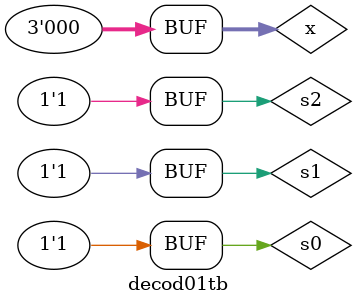
<source format=v>
`timescale 1ns / 1ps


module decod01tb;

	// Inputs
	reg s0;
	reg s1;
	reg s2;

	// Outputs
	wire y0;
	wire y1;
	wire y2;
	wire y3;
	wire y4;
	wire y5;
	wire y6;
	wire y7;
	
	reg [2:0] x;

	// Instantiate the Unit Under Test (UUT)
	decod01 uut (
		.s0(s0), 
		.s1(s1), 
		.s2(s2), 
		.y0(y0), 
		.y1(y1), 
		.y2(y2), 
		.y3(y3), 
		.y4(y4), 
		.y5(y5), 
		.y6(y6), 
		.y7(y7)
	);

	initial begin
		// Initialize Inputs
		s0 = 0;
		s1 = 0;
		s2 = 0;

		// Wait 100 ns for global reset to finish
		#50;
        
		// Add stimulus here
		for(x=0; x<=7; x=x+1) begin
			{s2,s1,s0}=x;
			#50;
		end
		
		

	end
      
endmodule


</source>
